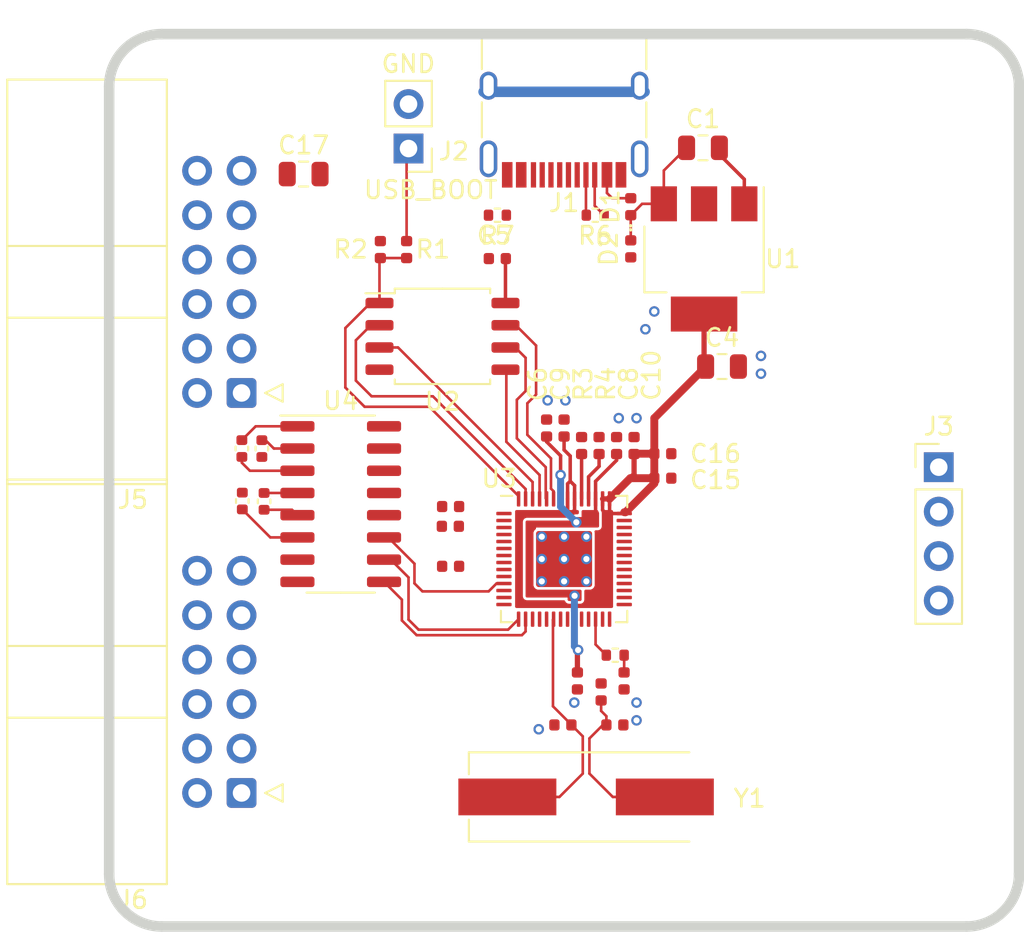
<source format=kicad_pcb>
(kicad_pcb (version 20211014) (generator pcbnew)
  (title_block (title "RP2040 Minimal Design Example") (date "2020-07-13") (rev "REV1") (company "Raspberry Pi (Trading) Ltd"))
  (layers (0 "F.Cu" signal) (1 "In1.Cu" power) (2 "In2.Cu" power) (31 "B.Cu" signal) (34 "B.Paste" user) (35 "F.Paste" user) (36 "B.SilkS" user "B.Silkscreen") (37 "F.SilkS" user "F.Silkscreen") (38 "B.Mask" user) (39 "F.Mask" user) (44 "Edge.Cuts" user))
  (net 0 "")
  (net 1 "GND")
  (net 2 "VBUS")
  (net 3 "/XIN")
  (net 4 "/XOUT")
  (net 5 "+3V3")
  (net 6 "+1V1")
  (net 7 "/~{USB_BOOT}")
  (net 8 "/GPIO15")
  (net 9 "/GPIO14")
  (net 10 "/GPIO11")
  (net 11 "/GPIO10")
  (net 12 "/GPIO7")
  (net 13 "/GPIO6")
  (net 14 "/GPIO3")
  (net 15 "/GPIO2")
  (net 16 "/GPIO26")
  (net 17 "/GPIO27")
  (net 18 "/GPIO28")
  (net 19 "/GPIO29")
  (net 20 "/GPIO25")
  (net 21 "/GPIO24")
  (net 22 "/GPIO23")
  (net 23 "/GPIO22")
  (net 24 "/GPIO21")
  (net 25 "/GPIO20")
  (net 26 "/GPIO19")
  (net 27 "/GPIO18")
  (net 28 "/GPIO17")
  (net 29 "/GPIO16")
  (net 30 "/RUN")
  (net 31 "/SWD")
  (net 32 "/SWCLK")
  (net 33 "/QSPI_SS")
  (net 34 "Net-(R3-Pad2)")
  (net 35 "Net-(R4-Pad2)")
  (net 36 "/QSPI_SD3")
  (net 37 "/QSPI_SCLK")
  (net 38 "/QSPI_SD0")
  (net 39 "/QSPI_SD2")
  (net 40 "/QSPI_SD1")
  (net 41 "/USB_D+")
  (net 42 "/USB_D-")
  (net 43 "Net-(C3-Pad1)")
  (net 44 "Net-(C1-Pad1)")
  (net 45 "Net-(U4-Pad1)")
  (net 46 "Net-(U4-Pad3)")
  (net 47 "Net-(C19-Pad1)")
  (net 48 "Net-(C19-Pad2)")
  (net 49 "Net-(C20-Pad1)")
  (net 50 "Net-(C21-Pad2)")
  (net 51 "+5V")
  (net 52 "Net-(J1-PadA5)")
  (net 53 "Net-(J1-PadB5)")
  (net 54 "/U0_TX_A")
  (net 55 "/U0_RX_A")
  (net 56 "/U1_TX_A")
  (net 57 "/U1_RX_A")
  (net 58 "/U0_232_TX")
  (net 59 "/U0_232_RX")
  (net 60 "/U1_232_TX")
  (net 61 "/U1_232_RX")
  (net 62 "/U1_TX_B")
  (net 63 "/U1_RX_B")
  (net 64 "/U0_TX_B")
  (net 65 "/U0_RX_B")
  (footprint "Capacitor_SMD:C_0805_2012Metric" (layer "F.Cu") (at 109.025 89)
    (fp_text reference "C4")
    (fp_text value "10u")
  )
  (footprint "Connector_PinHeader_2.54mm:PinHeader_1x02_P2.54mm_Vertical" (layer "F.Cu") (at 91.11 76.54 180)
    (fp_text reference "J2")
    (fp_text value "Conn_01x02")
  )
  (footprint "Capacitor_SMD:C_0402_1005Metric" (layer "F.Cu") (at 104 93.515 90)
    (fp_text reference "C10")
    (fp_text value "1u")
  )
  (footprint "Capacitor_SMD:C_0402_1005Metric" (layer "F.Cu") (at 103 93.515 90)
    (fp_text reference "C8")
    (fp_text value "1u")
  )
  (footprint "Capacitor_SMD:C_0402_1005Metric" (layer "F.Cu") (at 93.515 100.416 180)
    (fp_text reference "C13" hide)
    (fp_text value "100n")
  )
  (footprint "Capacitor_SMD:C_0402_1005Metric" (layer "F.Cu") (at 96.185 82.83 180)
    (fp_text reference "C5")
    (fp_text value "100n")
  )
  (footprint "Capacitor_SMD:C_0402_1005Metric" (layer "F.Cu") (at 89.5 82.315 -90)
    (fp_text reference "R2")
    (fp_text value "DNF")
  )
  (footprint "Package_TO_SOT_SMD:SOT-223-3_TabPin2" (layer "F.Cu") (at 108 82.85 -90)
    (fp_text reference "U1")
    (fp_text value "NCP1117-3.3_SOT223")
  )
  (footprint "Package_SO:SOIC-8_5.23x5.23mm_P1.27mm" (layer "F.Cu") (at 93.05 87.275)
    (fp_text reference "U2")
    (fp_text value "W25Q128JVS")
  )
  (footprint "Capacitor_SMD:C_0402_1005Metric" (layer "F.Cu") (at 102.902 109.481)
    (fp_text reference "C3" hide)
    (fp_text value "27p")
  )
  (footprint "Capacitor_SMD:C_0402_1005Metric" (layer "F.Cu") (at 91 82.315 90)
    (fp_text reference "R1")
    (fp_text value "1k")
  )
  (footprint "Capacitor_SMD:C_0402_1005Metric" (layer "F.Cu") (at 100 92.515 90)
    (fp_text reference "C9")
    (fp_text value "100n")
  )
  (footprint "Capacitor_SMD:C_0402_1005Metric" (layer "F.Cu") (at 93.5 98.13 180)
    (fp_text reference "C12" hide)
    (fp_text value "100n")
  )
  (footprint "Capacitor_SMD:C_0402_1005Metric" (layer "F.Cu") (at 103.429 106.966 -90)
    (fp_text reference "C14" hide)
    (fp_text value "100n")
  )
  (footprint "Capacitor_SMD:C_0402_1005Metric" (layer "F.Cu") (at 101 93.515 -90)
    (fp_text reference "R3")
    (fp_text value "27")
  )
  (footprint "Capacitor_SMD:C_0402_1005Metric" (layer "F.Cu") (at 100.762 106.966 -90)
    (fp_text reference "C7" hide)
    (fp_text value "100n")
  )
  (footprint "Capacitor_SMD:C_0805_2012Metric" (layer "F.Cu") (at 107.9375 76.5)
    (fp_text reference "C1")
    (fp_text value "10u")
  )
  (footprint "Capacitor_SMD:C_0402_1005Metric" (layer "F.Cu") (at 93.515 97 180)
    (fp_text reference "C11" hide)
    (fp_text value "100n")
  )
  (footprint "Capacitor_SMD:C_0402_1005Metric" (layer "F.Cu") (at 105.641 93.98)
    (fp_text reference "C16")
    (fp_text value "100n")
  )
  (footprint "RP2040_minimal:RP2040-QFN-56" (layer "F.Cu") (at 100 100)
    (fp_text reference "U3")
    (fp_text value "RP2040")
  )
  (footprint "Capacitor_SMD:C_0402_1005Metric" (layer "F.Cu") (at 99.932 109.481 180)
    (fp_text reference "C2" hide)
    (fp_text value "27p")
  )
  (footprint "MountingHole:MountingHole_2.7mm_M2.5" (layer "F.Cu") (at 113.97 74)
    (fp_text reference "H2" hide)
    (fp_text value "MountingHole")
  )
  (footprint "Capacitor_SMD:C_0402_1005Metric" (layer "F.Cu") (at 102 93.515 -90)
    (fp_text reference "R4")
    (fp_text value "27")
  )
  (footprint "MountingHole:MountingHole_2.7mm_M2.5" (layer "F.Cu") (at 113.97 117.18)
    (fp_text reference "H3" hide)
    (fp_text value "MountingHole")
  )
  (footprint "Capacitor_SMD:C_0402_1005Metric" (layer "F.Cu") (at 99 92.515 90)
    (fp_text reference "C6")
    (fp_text value "100n")
  )
  (footprint "Capacitor_SMD:C_0402_1005Metric" (layer "F.Cu") (at 105.641 95.38)
    (fp_text reference "C15")
    (fp_text value "100n")
  )
  (footprint "Capacitor_SMD:C_0402_1005Metric" (layer "F.Cu") (at 102.117 107.596 -90)
    (fp_text reference "R5" hide)
    (fp_text value "1k")
  )
  (footprint "MountingHole:MountingHole_2.7mm_M2.5" (layer "F.Cu") (at 86.03 74)
    (fp_text reference "H1" hide)
    (fp_text value "MountingHole")
  )
  (footprint "MountingHole:MountingHole_2.7mm_M2.5" (layer "F.Cu") (at 86.03 117.18)
    (fp_text reference "H4" hide)
    (fp_text value "MountingHole")
  )
  (footprint "RP2040_minimal:Crystal_SMD_HC49-US" (layer "F.Cu") (at 101.258 113.597)
    (fp_text reference "Y1")
    (fp_text value "ABLS-12.000MHZ-B4-T")
  )
  (footprint "Capacitor_SMD:C_0805_2012Metric" (layer "F.Cu") (at 85.115 78)
    (fp_text reference "C17")
    (fp_text value "10u")
  )
  (footprint "Resistor_SMD:R_0402_1005Metric" (layer "F.Cu") (at 96.19 80.35 180)
    (fp_text reference "R7")
    (fp_text value "5.1K")
  )
  (footprint "Diode_SMD:D_0402_1005Metric" (layer "F.Cu") (at 103.81 82.273 -90)
    (fp_text reference "D2")
    (fp_text value "1N4001")
  )
  (footprint "Connector_IDC:IDC-Header_2x06_P2.54mm_Horizontal" (layer "F.Cu") (at 81.5675 113.37 180)
    (fp_text reference "J6")
    (fp_text value "IO_B")
  )
  (footprint "Capacitor_SMD:C_0402_1005Metric" (layer "F.Cu") (at 81.6104 96.6848 -90)
    (fp_text reference "C21" hide)
    (fp_text value "0.1uf")
  )
  (footprint "Capacitor_SMD:C_0402_1005Metric" (layer "F.Cu") (at 82.728 93.6876 -90)
    (fp_text reference "C20" hide)
    (fp_text value "0.1uf")
  )
  (footprint "Capacitor_SMD:C_0402_1005Metric" (layer "F.Cu") (at 81.585 93.685 -90)
    (fp_text reference "C18" hide)
    (fp_text value "0.1uf")
  )
  (footprint "Resistor_SMD:R_0402_1005Metric" (layer "F.Cu") (at 102.923 105.496 180)
    (fp_text reference "R8" hide)
    (fp_text value "10k")
  )
  (footprint "Package_SO:SOIC-16_3.9x9.9mm_P1.27mm" (layer "F.Cu") (at 87.235 96.86)
    (fp_text reference "U4")
    (fp_text value "SP3232CPE")
  )
  (footprint "Capacitor_SMD:C_0402_1005Metric" (layer "F.Cu") (at 82.855 96.705 -90)
    (fp_text reference "C19" hide)
    (fp_text value "0.1uf")
  )
  (footprint "Connector_PinHeader_2.54mm:PinHeader_1x04_P2.54mm_Vertical" (layer "F.Cu") (at 121.412 94.752)
    (fp_text reference "J3")
    (fp_text value "SWD")
  )
  (footprint "Diode_SMD:D_0402_1005Metric" (layer "F.Cu") (at 103.81 79.865 90)
    (fp_text reference "D1")
    (fp_text value "1N4001")
  )
  (footprint "Resistor_SMD:R_0402_1005Metric" (layer "F.Cu") (at 101.78 80.35 180)
    (fp_text reference "R6")
    (fp_text value "5.1K")
  )
  (footprint "Connector_USB:USB_C_Receptacle_HRO_TYPE-C-31-M-12" (layer "F.Cu") (at 100 74 180)
    (fp_text reference "J1")
    (fp_text value "USB_C_Receptacle_USB2.0")
  )
  (footprint "Connector_IDC:IDC-Header_2x06_P2.54mm_Horizontal" (layer "F.Cu") (at 81.5675 90.51 180)
    (fp_text reference "J5")
    (fp_text value "IO_A")
  )
  (gr_line (start 123 121) (end 77 121) (layer "Edge.Cuts") (width 0.6))
  (gr_line (start 126 73) (end 126 118) (layer "Edge.Cuts") (width 0.6))
  (gr_line (start 77 70) (end 123 70) (layer "Edge.Cuts") (width 0.6))
  (gr_line (start 74 118) (end 74 73) (layer "Edge.Cuts") (width 0.6))
  (gr_arc (start 126 118) (mid 125.12132 120.12132) (end 123 121) (layer "Edge.Cuts") (width 0.6))
  (gr_arc (start 77 121) (mid 74.87868 120.12132) (end 74 118) (layer "Edge.Cuts") (width 0.6))
  (gr_arc (start 123 70) (mid 125.12132 70.87868) (end 126 73) (layer "Edge.Cuts") (width 0.6))
  (gr_arc (start 74 73) (mid 74.87868 70.87868) (end 77 70) (layer "Edge.Cuts") (width 0.6))
  (gr_text "\nUSB_BOOT" (at 92.38 78.1) (layer "F.SilkS") (effects (font (size 1 1))))
  (gr_text "GND" (at 91.1 71.7) (layer "F.SilkS") (effects (font (size 1 1))))
  (segment (start 108.875 76.5) (end 108.875 76.875) (width 0.2) (layer "F.Cu") (net 1))
  (segment (start 101.75 79.81) (end 102.29 80.35) (width 0.15) (layer "F.Cu") (net 1))
  (segment (start 101.75 78.045) (end 101.75 79.81) (width 0.15) (layer "F.Cu") (net 1))
  (segment (start 110.3 79.7) (end 110.3 78.3) (width 0.2) (layer "F.Cu") (net 1))
  (segment (start 108.875 76.875) (end 110.3 78.3) (width 0.2) (layer "F.Cu") (net 1))
  (via (at 100.584 108.204) (size 0.6) (drill 0.35) (layers "F.Cu" "B.Cu") (net 1))
  (via (at 100.076 90.932) (size 0.6) (drill 0.35) (layers "F.Cu" "B.Cu") (net 1))
  (via (at 103.124 91.948) (size 0.6) (drill 0.35) (layers "F.Cu" "B.Cu") (net 1))
  (via (at 111.252 89.408) (size 0.6) (drill 0.35) (layers "F.Cu" "B.Cu") (net 1))
  (via (at 104.14 109.22) (size 0.6) (drill 0.35) (layers "F.Cu" "B.Cu") (net 1))
  (via (at 111.252 88.392) (size 0.6) (drill 0.35) (layers "F.Cu" "B.Cu") (net 1))
  (via (at 99.06 90.932) (size 0.6) (drill 0.35) (layers "F.Cu" "B.Cu") (net 1))
  (via (at 98.552 109.728) (size 0.6) (drill 0.35) (layers "F.Cu" "B.Cu") (net 1))
  (via (at 104.14 91.948) (size 0.6) (drill 0.35) (layers "F.Cu" "B.Cu") (net 1))
  (via (at 104.14 108.204) (size 0.6) (drill 0.35) (layers "F.Cu" "B.Cu") (net 1))
  (segment (start 104.6 73.3) (end 95.4 73.3) (width 0.6) (layer "B.Cu") (net 1))
  (segment (start 99.365 103.4725) (end 99.4 103.4375) (width 0.15) (layer "F.Cu") (net 3))
  (segment (start 99.365 108.417) (end 99.365 103.4725) (width 0.15) (layer "F.Cu") (net 3))
  (segment (start 101.0675 110.1315) (end 101.0675 112.2635) (width 0.15) (layer "F.Cu") (net 3))
  (segment (start 100.417 109.481) (end 101.0675 110.1315) (width 0.15) (layer "F.Cu") (net 3))
  (segment (start 100.417 109.481) (end 100.417 109.469) (width 0.15) (layer "F.Cu") (net 3))
  (segment (start 99.734 113.597) (end 96.758 113.597) (width 0.15) (layer "F.Cu") (net 3))
  (segment (start 101.0675 112.2635) (end 99.734 113.597) (width 0.15) (layer "F.Cu") (net 3))
  (segment (start 100.417 109.469) (end 99.365 108.417) (width 0.15) (layer "F.Cu") (net 3))
  (segment (start 108.0875 89) (end 108.0875 89.0165) (width 0.15) (layer "F.Cu") (net 5))
  (segment (start 100.6 96.5625) (end 100.6 97.2) (width 0.2) (layer "F.Cu") (net 5))
  (segment (start 100.6 96.5625) (end 100.6 95.799998) (width 0.2) (layer "F.Cu") (net 5))
  (segment (start 96.65 85.37) (end 96.65 82.85) (width 0.2) (layer "F.Cu") (net 5))
  (segment (start 105.156 91.948) (end 105.156 93.98) (width 0.45) (layer "F.Cu") (net 5))
  (segment (start 105.156 93.98) (end 105.156 95.38) (width 0.45) (layer "F.Cu") (net 5))
  (segment (start 105.156 95.38) (end 103.7825 95.38) (width 0.45) (layer "F.Cu") (net 5))
  (segment (start 103.433 105.496) (end 103.433 106.477) (width 0.15) (layer "F.Cu") (net 5))
  (segment (start 103.433 106.477) (end 103.429 106.481) (width 0.15) (layer "F.Cu") (net 5))
  (segment (start 96.65 82.85) (end 96.67 82.83) (width 0.2) (layer "F.Cu") (net 5))
  (segment (start 105.156 95.38) (end 105.156 95.6815) (width 0.45) (layer "F.Cu") (net 5))
  (segment (start 100.350001 95.549999) (end 100.2 95.7) (width 0.2) (layer "F.Cu") (net 5))
  (segment (start 102.2 97.2) (end 102.4 97.4) (width 0.2) (layer "F.Cu") (net 5))
  (segment (start 100 93.762534) (end 100.350001 94.112535) (width 0.2) (layer "F.Cu") (net 5))
  (segment (start 108 86) (end 108 89) (width 0.3) (layer "F.Cu") (net 5))
  (segment (start 105.156 95.6815) (end 103.5125 97.325) (width 0.45) (layer "F.Cu") (net 5))
  (segment (start 100.6 97.2) (end 100.4 97.4) (width 0.2) (layer "F.Cu") (net 5))
  (segment (start 108.0875 89.0165) (end 105.156 91.948) (width 0.45) (layer "F.Cu") (net 5))
  (segment (start 100.350001 94.112535) (end 100.350001 95.549999) (width 0.2) (layer "F.Cu") (net 5))
  (segment (start 100.2 97.4) (end 100.2 97) (width 0.2) (layer "F.Cu") (net 5))
  (segment (start 104.02 93.98) (end 104 94) (width 0.45) (layer "F.Cu") (net 5))
  (segment (start 102.2 96.5625) (end 102.2 97.2) (width 0.2) (layer "F.Cu") (net 5))
  (segment (start 103.7825 95.38) (end 102.6 96.5625) (width 0.45) (layer "F.Cu") (net 5))
  (segment (start 100.2 96.5625) (end 100.2 97.4) (width 0.2) (layer "F.Cu") (net 5))
  (segment (start 104 95.1625) (end 102.6 96.5625) (width 0.3) (layer "F.Cu") (net 5))
  (segment (start 100.2 95.7) (end 100.2 96.5625) (width 0.2) (layer "F.Cu") (net 5))
  (segment (start 105.156 93.98) (end 104.02 93.98) (width 0.45) (layer "F.Cu") (net 5))
  (segment (start 104 94) (end 104 95.1625) (width 0.3) (layer "F.Cu") (net 5))
  (segment (start 102.6 96.5625) (end 102.6 97.4) (width 0.2) (layer "F.Cu") (net 5))
  (segment (start 103.4375 97.4) (end 102.6 97.4) (width 0.2) (layer "F.Cu") (net 5))
  (segment (start 103.5125 97.325) (end 103.4375 97.325) (width 0.45) (layer "F.Cu") (net 5))
  (segment (start 102.6 96.5625) (end 102.2 96.5625) (width 0.3) (layer "F.Cu") (net 5))
  (segment (start 100 93) (end 100 93.762534) (width 0.2) (layer "F.Cu") (net 5))
  (segment (start 100.6 95.799998) (end 100.350001 95.549999) (width 0.2) (layer "F.Cu") (net 5))
  (via (at 104.648 86.868) (size 0.6) (drill 0.35) (layers "F.Cu" "B.Cu") (net 5))
  (via (at 105.156 85.852) (size 0.6) (drill 0.35) (layers "F.Cu" "B.Cu") (net 5))
  (segment (start 99.8 96.5625) (end 99.8 95.199994) (width 0.2) (layer "F.Cu") (net 6))
  (segment (start 99 93) (end 99 93.295) (width 0.2) (layer "F.Cu") (net 6))
  (segment (start 101.8 96.5625) (end 101.8 95.558) (width 0.2) (layer "F.Cu") (net 6))
  (segment (start 99.8 94.095) (end 99.8 95.199994) (width 0.2) (layer "F.Cu") (net 6))
  (segment (start 100.762 106.481) (end 100.762 105.238) (width 0.3) (layer "F.Cu") (net 6))
  (segment (start 100.762 105.238) (end 100.8 105.2) (width 0.15) (layer "F.Cu") (net 6))
  (segment (start 101.8 95.558) (end 103 94.358) (width 0.2) (layer "F.Cu") (net 6))
  (segment (start 100.6 103.4375) (end 100.6 105) (width 0.2) (layer "F.Cu") (net 6))
  (segment (start 101.8 96.5625) (end 101.8 97.4) (width 0.2) (layer "F.Cu") (net 6))
  (segment (start 99 93.295) (end 99.8 94.095) (width 0.2) (layer "F.Cu") (net 6))
  (segment (start 100.6 105) (end 100.8 105.2) (width 0.2) (layer "F.Cu") (net 6))
  (segment (start 103 94.358) (end 103 94) (width 0.2) (layer "F.Cu") (net 6))
  (via (at 99.8 95.199994) (size 0.6) (drill 0.35) (layers "F.Cu" "B.Cu") (net 6))
  (via (at 100.7 97.9) (size 0.6) (drill 0.35) (layers "F.Cu" "B.Cu") (net 6))
  (via (at 100.8 105.2) (size 0.6) (drill 0.35) (layers "F.Cu" "B.Cu") (net 6))
  (via (at 100.59997 102.1) (size 0.6) (drill 0.35) (layers "F.Cu" "B.Cu") (net 6))
  (segment (start 100.69 97.9) (end 100.7 97.9) (width 0.4) (layer "B.Cu") (net 6))
  (segment (start 100.59 102.10997) (end 100.59997 102.1) (width 0.4) (layer "B.Cu") (net 6))
  (segment (start 99.8 97.01) (end 100.69 97.9) (width 0.4) (layer "B.Cu") (net 6))
  (segment (start 99.8 95.199994) (end 99.8 97.01) (width 0.4) (layer "B.Cu") (net 6))
  (segment (start 100.59 104.99) (end 100.59 102.10997) (width 0.4) (layer "B.Cu") (net 6))
  (segment (start 100.8 105.2) (end 100.59 104.99) (width 0.4) (layer "B.Cu") (net 6))
  (segment (start 91 76.65) (end 91.11 76.54) (width 0.15) (layer "F.Cu") (net 7))
  (segment (start 91 81.83) (end 91 76.65) (width 0.15) (layer "F.Cu") (net 7))
  (segment (start 101.8 103.4375) (end 101.8 104.883) (width 0.15) (layer "F.Cu") (net 30))
  (segment (start 101.8 104.883) (end 102.413 105.496) (width 0.15) (layer "F.Cu") (net 30))
  (segment (start 88.6 91.3) (end 92.3 91.3) (width 0.15) (layer "F.Cu") (net 33))
  (segment (start 87.5 90.2) (end 88.6 91.3) (width 0.15) (layer "F.Cu") (net 33))
  (segment (start 92.3 91.3) (end 97.4 96.4) (width 0.15) (layer "F.Cu") (net 33))
  (segment (start 97.4 96.4) (end 97.4 96.6) (width 0.15) (layer "F.Cu") (net 33))
  (segment (start 89.45 85.37) (end 88.93 85.37) (width 0.15) (layer "F.Cu") (net 33))
  (segment (start 88.93 85.37) (end 87.5 86.8) (width 0.15) (layer "F.Cu") (net 33))
  (segment (start 89.45 85.37) (end 89.45 82.85) (width 0.15) (layer "F.Cu") (net 33))
  (segment (start 89.45 82.85) (end 89.5 82.8) (width 0.15) (layer "F.Cu") (net 33))
  (segment (start 89.5 82.8) (end 91 82.8) (width 0.15) (layer "F.Cu") (net 33))
  (segment (start 87.5 86.8) (end 87.5 90.2) (width 0.15) (layer "F.Cu") (net 33))
  (segment (start 101 96.5625) (end 101 94) (width 0.2) (layer "F.Cu") (net 34))
  (segment (start 101.4 96.5625) (end 101.4 95.3) (width 0.2) (layer "F.Cu") (net 35))
  (segment (start 102 94.7) (end 102 94) (width 0.2) (layer "F.Cu") (net 35))
  (segment (start 101.4 95.3) (end 102 94.7) (width 0.2) (layer "F.Cu") (net 35))
  (segment (start 99.251321 94.251321) (end 97.9 92.9) (width 0.15) (layer "F.Cu") (net 36))
  (segment (start 97.9 92.9) (end 97.9 91.1) (width 0.15) (layer "F.Cu") (net 36))
  (segment (start 98.4 90.6) (end 98.4 87.8) (width 0.15) (layer "F.Cu") (net 36))
  (segment (start 99.4 96.5625) (end 99.4 96.125) (width 0.15) (layer "F.Cu") (net 36))
  (segment (start 99.4 96.125) (end 99.251321 95.976321) (width 0.15) (layer "F.Cu") (net 36))
  (segment (start 97.9 91.1) (end 98.4 90.6) (width 0.15) (layer "F.Cu") (net 36))
  (segment (start 97.24 86.64) (end 96.65 86.64) (width 0.15) (layer "F.Cu") (net 36))
  (segment (start 99.251321 95.976321) (end 99.251321 94.251321) (width 0.15) (layer "F.Cu") (net 36))
  (segment (start 98.4 87.8) (end 97.24 86.64) (width 0.15) (layer "F.Cu") (net 36))
  (segment (start 97.3 90.9) (end 97.8 90.4) (width 0.15) (layer "F.Cu") (net 37))
  (segment (start 97.8 88.5) (end 97.21 87.91) (width 0.15) (layer "F.Cu") (net 37))
  (segment (start 97.21 87.91) (end 96.65 87.91) (width 0.15) (layer "F.Cu") (net 37))
  (segment (start 97.3 93.1) (end 97.3 90.9) (width 0.15) (layer "F.Cu") (net 37))
  (segment (start 97.8 90.4) (end 97.8 88.5) (width 0.15) (layer "F.Cu") (net 37))
  (segment (start 98.95131 96.52381) (end 98.95131 94.75131) (width 0.15) (layer "F.Cu") (net 37))
  (segment (start 98.95131 94.75131) (end 97.3 93.1) (width 0.15) (layer "F.Cu") (net 37))
  (segment (start 99 96.5725) (end 98.95131 96.52381) (width 0.15) (layer "F.Cu") (net 37))
  (segment (start 98.6 95.2) (end 96.7 93.3) (width 0.15) (layer "F.Cu") (net 38))
  (segment (start 98.6 96.5725) (end 98.6 95.2) (width 0.15) (layer "F.Cu") (net 38))
  (segment (start 96.7 89.23) (end 96.65 89.18) (width 0.15) (layer "F.Cu") (net 38))
  (segment (start 96.7 93.3) (end 96.7 89.23) (width 0.15) (layer "F.Cu") (net 38))
  (segment (start 98.2 95.6) (end 90.51 87.91) (width 0.15) (layer "F.Cu") (net 39))
  (segment (start 98.2 96.5725) (end 98.2 95.6) (width 0.15) (layer "F.Cu") (net 39))
  (segment (start 90.51 87.91) (end 89.45 87.91) (width 0.15) (layer "F.Cu") (net 39))
  (segment (start 97.8 96) (end 92.5 90.7) (width 0.15) (layer "F.Cu") (net 40))
  (segment (start 88.96 86.64) (end 89.45 86.64) (width 0.15) (layer "F.Cu") (net 40))
  (segment (start 89 90.7) (end 88.1 89.8) (width 0.15) (layer "F.Cu") (net 40))
  (segment (start 92.5 90.7) (end 89 90.7) (width 0.15) (layer "F.Cu") (net 40))
  (segment (start 97.8 96.5725) (end 97.8 96) (width 0.15) (layer "F.Cu") (net 40))
  (segment (start 88.1 87.5) (end 88.96 86.64) (width 0.15) (layer "F.Cu") (net 40))
  (segment (start 88.1 89.8) (end 88.1 87.5) (width 0.15) (layer "F.Cu") (net 40))
  (segment (start 102.417 108.981) (end 102.417 109.481) (width 0.15) (layer "F.Cu") (net 43))
  (segment (start 102.782 113.597) (end 105.758 113.597) (width 0.15) (layer "F.Cu") (net 43))
  (segment (start 101.4485 110.252) (end 101.4485 112.2635) (width 0.15) (layer "F.Cu") (net 43))
  (segment (start 102.117 108.681) (end 102.417 108.981) (width 0.15) (layer "F.Cu") (net 43))
  (segment (start 102.2195 109.481) (end 101.4485 110.252) (width 0.15) (layer "F.Cu") (net 43))
  (segment (start 102.117 108.081) (end 102.117 108.681) (width 0.15) (layer "F.Cu") (net 43))
  (segment (start 101.4485 112.2635) (end 102.782 113.597) (width 0.15) (layer "F.Cu") (net 43))
  (segment (start 102.417 109.481) (end 102.2195 109.481) (width 0.15) (layer "F.Cu") (net 43))
  (segment (start 105.7 79.7) (end 105.7 77.8) (width 0.15) (layer "F.Cu") (net 44))
  (segment (start 104.46 79.7) (end 105.7 79.7) (width 0.15) (layer "F.Cu") (net 44))
  (segment (start 105.7 77.8) (end 107 76.5) (width 0.15) (layer "F.Cu") (net 44))
  (segment (start 103.81 80.35) (end 103.81 81.788) (width 0.15) (layer "F.Cu") (net 44))
  (segment (start 103.81 80.35) (end 104.46 79.7) (width 0.15) (layer "F.Cu") (net 44))
  (segment (start 82.375 92.415) (end 84.76 92.415) (width 0.15) (layer "F.Cu") (net 45))
  (segment (start 81.585 93.205) (end 82.375 92.415) (width 0.15) (layer "F.Cu") (net 45))
  (segment (start 81.585 94.165) (end 81.585 94.4978) (width 0.15) (layer "F.Cu") (net 46))
  (segment (start 82.0422 94.955) (end 84.76 94.955) (width 0.15) (layer "F.Cu") (net 46))
  (segment (start 81.585 94.4978) (end 82.0422 94.955) (width 0.15) (layer "F.Cu") (net 46))
  (segment (start 82.855 96.225) (end 84.76 96.225) (width 0.15) (layer "F.Cu") (net 47))
  (segment (start 84.45 97.185) (end 84.76 97.495) (width 0.15) (layer "F.Cu") (net 48))
  (segment (start 82.855 97.185) (end 84.45 97.185) (width 0.15) (layer "F.Cu") (net 48))
  (segment (start 82.9312 93.2024) (end 83.4138 93.685) (width 0.15) (layer "F.Cu") (net 49))
  (segment (start 83.4138 93.685) (end 84.76 93.685) (width 0.15) (layer "F.Cu") (net 49))
  (segment (start 83.2106 98.765) (end 81.6104 97.1648) (width 0.15) (layer "F.Cu") (net 50))
  (segment (start 84.76 98.765) (end 83.2106 98.765) (width 0.15) (layer "F.Cu") (net 50))
  (segment (start 102.748 79.38) (end 102.45 79.082) (width 0.15) (layer "F.Cu") (net 51))
  (segment (start 103.81 79.38) (end 102.748 79.38) (width 0.15) (layer "F.Cu") (net 51))
  (segment (start 102.45 79.082) (end 102.45 78.045) (width 0.15) (layer "F.Cu") (net 51))
  (segment (start 101.25 78.045) (end 101.25 80.33) (width 0.15) (layer "F.Cu") (net 52))
  (segment (start 101.25 80.33) (end 101.27 80.35) (width 0.15) (layer "F.Cu") (net 52))
  (segment (start 91.449132 100.268802) (end 91.449132 101.391595) (width 0.15) (layer "F.Cu") (net 62))
  (segment (start 89.94533 98.765) (end 91.449132 100.268802) (width 0.15) (layer "F.Cu") (net 62))
  (segment (start 95.687091 101.849) (end 96.136091 101.4) (width 0.15) (layer "F.Cu") (net 62))
  (segment (start 91.449132 101.391595) (end 91.906537 101.849) (width 0.15) (layer "F.Cu") (net 62))
  (segment (start 91.906537 101.849) (end 95.687091 101.849) (width 0.15) (layer "F.Cu") (net 62))
  (segment (start 96.136091 101.4) (end 96.5625 101.4) (width 0.15) (layer "F.Cu") (net 62))
  (segment (start 89.71 98.765) (end 89.94533 98.765) (width 0.15) (layer "F.Cu") (net 62))
  (segment (start 91.6815 104.0355) (end 96.802 104.0355) (width 0.15) (layer "F.Cu") (net 64))
  (segment (start 91.11 103.464) (end 91.6815 104.0355) (width 0.15) (layer "F.Cu") (net 64))
  (segment (start 90.094 100.035) (end 91.11 101.051) (width 0.15) (layer "F.Cu") (net 64))
  (segment (start 89.71 100.035) (end 90.094 100.035) (width 0.15) (layer "F.Cu") (net 64))
  (segment (start 91.11 101.051) (end 91.11 103.464) (width 0.15) (layer "F.Cu") (net 64))
  (segment (start 96.802 104.0355) (end 97.4 103.4375) (width 0.15) (layer "F.Cu") (net 64))
  (segment (start 89.713 101.305) (end 90.729 102.321) (width 0.15) (layer "F.Cu") (net 65))
  (segment (start 91.574736 104.353) (end 97.587 104.353) (width 0.15) (layer "F.Cu") (net 65))
  (segment (start 90.729 102.321) (end 90.729 103.507264) (width 0.15) (layer "F.Cu") (net 65))
  (segment (start 97.8 104.14) (end 97.8 103.4375) (width 0.15) (layer "F.Cu") (net 65))
  (segment (start 97.587 104.353) (end 97.8 104.14) (width 0.15) (layer "F.Cu") (net 65))
  (segment (start 90.729 103.507264) (end 91.574736 104.353) (width 0.15) (layer "F.Cu") (net 65))
  (segment (start 89.71 101.305) (end 89.713 101.305) (width 0.15) (layer "F.Cu") (net 65))
  (zone (net 6) (net_name "+1V1") (layer "F.Cu") (priority 1) (connect_pads yes (clearance 0.15)) (min_thickness 0.15) (fill yes (thermal_gap 0.508) (thermal_bridge_width 0.508))
    (polygon (pts (xy 102 98.2) (xy 98.4 98.2) (xy 98.4 101.6) (xy 101 101.6) (xy 101 102.4) (xy 100.2 102.4) (xy 100.2 102.2) (xy 97.8 102.2) (xy 97.8 97.8) (xy 100.6 97.8) (xy 100.6 97.6) (xy 101 97.6) (xy 101 97.2) (xy 102 97.2)))
  )
  (zone (net 5) (net_name "+3V3") (layer "F.Cu") (connect_pads yes (clearance 0.15)) (min_thickness 0.15) (fill yes (thermal_gap 0.508) (thermal_bridge_width 0.508))
    (polygon (pts (xy 102.8 102.8) (xy 97.2 102.8) (xy 97.2 97.2) (xy 100 97.2) (xy 100.8 97.2) (xy 102.8 97.2)))
  )
)
</source>
